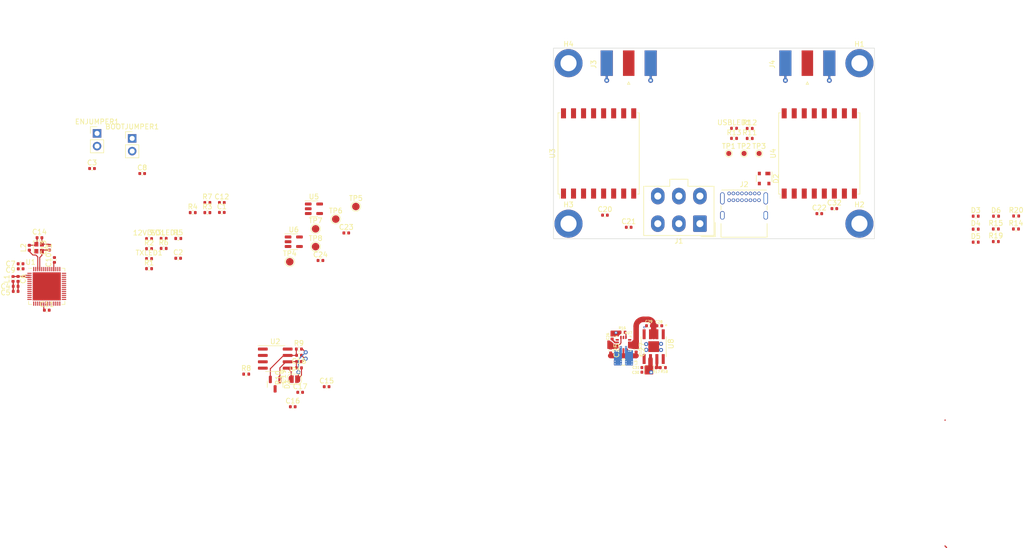
<source format=kicad_pcb>
(kicad_pcb (version 20211014) (generator pcbnew)
  (layers (0 "F.Cu" signal) (1 "In1.Cu" power) (2 "In2.Cu" power) (31 "B.Cu" signal) (34 "B.Paste" user) (35 "F.Paste" user) (36 "B.SilkS" user "B.Silkscreen") (37 "F.SilkS" user "F.Silkscreen") (38 "B.Mask" user) (39 "F.Mask" user) (44 "Edge.Cuts" user))
  (net 0 "")
  (net 1 "GND")
  (net 2 "Net-(3V3LED1-Pad2)")
  (net 3 "Net-(12VLED1-Pad2)")
  (net 4 "/BOOT")
  (net 5 "+3V3")
  (net 6 "/CHIP_PU")
  (net 7 "Net-(C6-Pad1)")
  (net 8 "Net-(C12-Pad1)")
  (net 9 "Net-(C12-Pad2)")
  (net 10 "Net-(C13-Pad1)")
  (net 11 "Net-(C14-Pad1)")
  (net 12 "Net-(C17-Pad1)")
  (net 13 "/CAN+")
  (net 14 "/CAN-")
  (net 15 "VBUS")
  (net 16 "/Data-")
  (net 17 "/Data+")
  (net 18 "RBUS_uC_V")
  (net 19 "+12V")
  (net 20 "Net-(J2-PadA5)")
  (net 22 "Net-(J2-PadB5)")
  (net 24 "/CAN-BUS/Vref")
  (net 25 "Net-(L2-Pad1)")
  (net 26 "Net-(R2-Pad2)")
  (net 27 "/TXD")
  (net 28 "Net-(R6-Pad2)")
  (net 29 "Net-(R8-Pad1)")
  (net 30 "Net-(R13-Pad2)")
  (net 34 "Net-(D3-Pad2)")
  (net 35 "Net-(D4-Pad2)")
  (net 36 "Net-(D5-Pad2)")
  (net 37 "Net-(D6-Pad2)")
  (net 49 "Net-(J3-Pad1)")
  (net 58 "Net-(J4-Pad1)")
  (net 59 "/R95_TX")
  (net 60 "/R95_RX")
  (net 61 "/R96_TX")
  (net 62 "/R96_RX")
  (net 63 "/R96_DIO0")
  (net 64 "/MOSI")
  (net 65 "/MISO")
  (net 68 "/SCK")
  (net 69 "/R95_NSS")
  (net 73 "/CAN_TX")
  (net 74 "/CAN_RX")
  (net 81 "/Power/BBIN")
  (net 82 "/Power/BIAS")
  (net 83 "/Power/BBOUT")
  (net 84 "/Power/LX1")
  (net 85 "/Power/LX2")
  (net 86 "/Power/SEL")
  (net 87 "/Power/FBIn")
  (net 88 "/R95_RESET")
  (net 89 "/R95_DIO0")
  (net 90 "/R96_NSS")
  (net 91 "/R96_RESET")
  (footprint "Capacitor_SMD:C_0402_1005Metric" (layer "F.Cu") (at 58.5 67.87 90)
    (fp_text reference "C13")
    (fp_text value "C")
  )
  (footprint "Capacitor_SMD:C_0402_1005Metric" (layer "F.Cu") (at 77 53.09)
    (fp_text reference "C8")
    (fp_text value "0.1uF")
  )
  (footprint "Resistor_SMD:R_0402_1005Metric" (layer "F.Cu") (at 251.21 64.15)
    (fp_text reference "R14")
    (fp_text value "470")
  )
  (footprint "TestPoint:TestPoint_Pad_D1.5mm" (layer "F.Cu") (at 111.57 67.67)
    (fp_text reference "TP8")
    (fp_text value "TestPoint")
  )
  (footprint "TestPoint:TestPoint_Pad_D1.5mm" (layer "F.Cu") (at 115.59 62.18)
    (fp_text reference "TP6")
    (fp_text value "TestPoint")
  )
  (footprint "Inductor_SMD:L_0402_1005Metric" (layer "F.Cu") (at 52.25 74.105 90)
    (fp_text reference "L1")
    (fp_text value "2.0nH")
  )
  (footprint "TestPoint:TestPoint_Pad_D1.5mm" (layer "F.Cu") (at 111.57 64.12)
    (fp_text reference "TP7")
    (fp_text value "TestPoint")
  )
  (footprint "Capacitor_SMD:C_0402_1005Metric" (layer "F.Cu") (at 112.54 70.43)
    (fp_text reference "C24")
    (fp_text value "4.7uF")
  )
  (footprint "Resistor_SMD:R_0402_1005Metric" (layer "F.Cu") (at 180.817285 91.79)
    (fp_text reference "R18")
    (fp_text value "10k")
  )
  (footprint "Resistor_SMD:R_0402_1005Metric" (layer "F.Cu") (at 84.19 66.04)
    (fp_text reference "R5")
    (fp_text value "47.5")
  )
  (footprint "Resistor_SMD:R_0402_1005Metric" (layer "F.Cu") (at 251.25 61.56)
    (fp_text reference "R20")
    (fp_text value "470")
  )
  (footprint "RF_Module:HOPERF_RFM9XW_SMD" (layer "F.Cu") (at 168 49.09 90)
    (fp_text reference "U3")
    (fp_text value "RFM95W-868S2")
  )
  (footprint "Jumper:SolderJumper-2_P1.3mm_Open_RoundedPad1.0x1.5mm" (layer "F.Cu") (at 107.35 94.09)
    (fp_text reference "JP1")
    (fp_text value "TermJP")
  )
  (footprint "Capacitor_SMD:C_0402_1005Metric" (layer "F.Cu") (at 52.75 71.09 180)
    (fp_text reference "C7")
    (fp_text value "1uF")
  )
  (footprint "RF_Module:HOPERF_RFM9XW_SMD" (layer "F.Cu") (at 212 49.09 90)
    (fp_text reference "U4")
    (fp_text value "RFM96W-433S2")
  )
  (footprint "Resistor_SMD:R_0402_1005Metric" (layer "F.Cu") (at 247.24 61.6)
    (fp_text reference "D6")
    (fp_text value "LED_Small")
  )
  (footprint "Resistor_SMD:R_0402_1005Metric" (layer "F.Cu") (at 78.37 72.06)
    (fp_text reference "R1")
    (fp_text value "10K")
  )
  (footprint "Capacitor_SMD:C_0402_1005Metric" (layer "F.Cu") (at 51.25 74.11 -90)
    (fp_text reference "C6")
    (fp_text value "0.1uF")
  )
  (footprint "Package_TO_SOT_SMD:SOT-23-5" (layer "F.Cu") (at 107.22 66.69)
    (fp_text reference "U6")
    (fp_text value "LM66100")
  )
  (footprint "Capacitor_SMD:C_0402_1005Metric" (layer "F.Cu") (at 169.265 61.395)
    (fp_text reference "C20")
    (fp_text value "10uF")
  )
  (footprint "Resistor_SMD:R_0402_1005Metric" (layer "F.Cu") (at 89.99 58.89)
    (fp_text reference "R7")
    (fp_text value "3k")
  )
  (footprint "TestPoint:TestPoint_Pad_D1.0mm" (layer "F.Cu") (at 197 49.09)
    (fp_text reference "TP2")
    (fp_text value "TestPoint")
  )
  (footprint "Resistor_SMD:R_0402_1005Metric" (layer "F.Cu") (at 78.37 68.08)
    (fp_text reference "R2")
    (fp_text value "470")
  )
  (footprint "TestPoint:TestPoint_Pad_D1.0mm" (layer "F.Cu") (at 200 49.09)
    (fp_text reference "TP3")
    (fp_text value "TestPoint")
  )
  (footprint "Package_TO_SOT_SMD:SOT-23" (layer "F.Cu") (at 103.5 95.09 -90)
    (fp_text reference "D1")
    (fp_text value "SM712_SOT23")
  )
  (footprint "MountingHole:MountingHole_3.2mm_M3_DIN965_Pad" (layer "F.Cu") (at 162 31.09)
    (fp_text reference "H4")
    (fp_text value "MountingHole_Pad")
  )
  (footprint "Resistor_SMD:R_0402_1005Metric" (layer "F.Cu") (at 195 46.09)
    (fp_text reference "R13")
    (fp_text value "470")
  )
  (footprint "Capacitor_SMD:C_0402_1005Metric" (layer "F.Cu") (at 178.03 83.44 180)
    (fp_text reference "C29")
    (fp_text value "4.7uF")
  )
  (footprint "Capacitor_SMD:C_0402_1005Metric" (layer "F.Cu") (at 67 52.09)
    (fp_text reference "C3")
    (fp_text value "0.1uF")
  )
  (footprint "Package_TO_SOT_SMD:SOT-143" (layer "F.Cu") (at 201 54.09 -90)
    (fp_text reference "D2")
    (fp_text value "SP0503BAHT")
  )
  (footprint "TestPoint:TestPoint_Pad_D1.0mm" (layer "F.Cu") (at 193.95 49.09)
    (fp_text reference "TP1")
    (fp_text value "TestPoint")
  )
  (footprint "Resistor_SMD:R_0402_1005Metric" (layer "F.Cu") (at 81.28 68.03)
    (fp_text reference "R6")
    (fp_text value "499")
  )
  (footprint "Capacitor_SMD:C_0402_1005Metric" (layer "F.Cu") (at 117.69 64.94)
    (fp_text reference "C23")
    (fp_text value "4.7uF")
  )
  (footprint "MountingHole:MountingHole_3.2mm_M3_DIN965_Pad" (layer "F.Cu") (at 220 31.09)
    (fp_text reference "H1")
    (fp_text value "MountingHole_Pad")
  )
  (footprint "Capacitor_SMD:C_0402_1005Metric" (layer "F.Cu") (at 215 60.09)
    (fp_text reference "C32")
    (fp_text value "0.1uF")
  )
  (footprint "TestPoint:TestPoint_Pad_D1.5mm" (layer "F.Cu") (at 119.6 59.67)
    (fp_text reference "TP5")
    (fp_text value "TestPoint")
  )
  (footprint "Package_SO:SOIC-8_3.9x4.9mm_P1.27mm" (layer "F.Cu") (at 103.525 89.995)
    (fp_text reference "U2")
    (fp_text value "SN65HVD230")
  )
  (footprint "Capacitor_SMD:C_0402_1005Metric" (layer "F.Cu") (at 108.27 89.34 180)
    (fp_text reference "C18")
    (fp_text value "220pF")
  )
  (footprint "Resistor_SMD:R_0402_1005Metric" (layer "F.Cu") (at 195 44.09)
    (fp_text reference "USBLED1")
    (fp_text value "USB_LED")
  )
  (footprint "Resistor_SMD:R_0402_1005Metric" (layer "F.Cu") (at 198.13 44.11)
    (fp_text reference "R12")
    (fp_text value "5.1k")
  )
  (footprint "Resistor_SMD:R_0402_1005Metric" (layer "F.Cu") (at 89.99 60.88)
    (fp_text reference "R3")
    (fp_text value "10K")
  )
  (footprint "Capacitor_SMD:C_0402_1005Metric" (layer "F.Cu") (at 177.11 92.7)
    (fp_text reference "C30")
    (fp_text value "10uF")
  )
  (footprint "Resistor_SMD:R_0402_1005Metric" (layer "F.Cu") (at 243.19 64.19)
    (fp_text reference "D4")
    (fp_text value "LED_Small")
  )
  (footprint "Resistor_SMD:R_0402_1005Metric" (layer "F.Cu") (at 81.28 66.04)
    (fp_text reference "3V3LED1")
    (fp_text value "3V3LED")
  )
  (footprint "Capacitor_SMD:C_0402_1005Metric" (layer "F.Cu") (at 59.5 70.32 90)
    (fp_text reference "C10")
    (fp_text value "0.1uF")
  )
  (footprint "Capacitor_SMD:C_0402_1005Metric" (layer "F.Cu") (at 175.485 88.19 -90)
    (fp_text reference "C27")
    (fp_text value "22uF")
  )
  (footprint "Capacitor_SMD:C_0402_1005Metric" (layer "F.Cu") (at 56.52 65.89)
    (fp_text reference "C14")
    (fp_text value "C")
  )
  (footprint "Capacitor_SMD:C_0402_1005Metric" (layer "F.Cu") (at 51.77 75.59 180)
    (fp_text reference "C4")
    (fp_text value "1uF")
  )
  (footprint "Capacitor_SMD:C_0402_1005Metric" (layer "F.Cu") (at 52.77 72.09 180)
    (fp_text reference "C9")
    (fp_text value "10nF")
  )
  (footprint "Capacitor_SMD:C_0402_1005Metric" (layer "F.Cu") (at 107.02 99.59)
    (fp_text reference "C16")
    (fp_text value "10uF")
  )
  (footprint "Capacitor_SMD:C_0402_1005Metric" (layer "F.Cu") (at 113.77 95.59)
    (fp_text reference "C15")
    (fp_text value "100nF")
  )
  (footprint "Resistor_SMD:R_0402_1005Metric" (layer "F.Cu") (at 243.19 61.6)
    (fp_text reference "D3")
    (fp_text value "LED_Small")
  )
  (footprint "Connector_Coaxial:SMA_Molex_73251-1153_EdgeMount_Horizontal" (layer "F.Cu") (at 174 32.81 -90)
    (fp_text reference "J3")
    (fp_text value "Conn_Coaxial")
  )
  (footprint "Resistor_SMD:R_0402_1005Metric" (layer "F.Cu") (at 78.37 70.07)
    (fp_text reference "TXLED1")
    (fp_text value "TX_LED")
  )
  (footprint "Connector_PinHeader_2.54mm:PinHeader_1x02_P2.54mm_Vertical" (layer "F.Cu") (at 75 46.09)
    (fp_text reference "BOOTJUMPER1")
    (fp_text value "Conn_01x02_Male")
  )
  (footprint "Connector_USB:USB_C_Receptacle_GCT_USB4085" (layer "F.Cu") (at 194.025 57.065)
    (fp_text reference "J2")
    (fp_text value "USB_C_Receptacle_USB2.0")
  )
  (footprint "Connector_Coaxial:SMA_Molex_73251-1153_EdgeMount_Horizontal" (layer "F.Cu") (at 209.62 32.81 -90)
    (fp_text reference "J4")
    (fp_text value "Conn_Coaxial")
  )
  (footprint "Capacitor_SMD:C_0402_1005Metric" (layer "F.Cu") (at 51.77 76.59 180)
    (fp_text reference "C5")
    (fp_text value "0.1uF")
  )
  (footprint "TestPoint:TestPoint_Pad_D1.5mm" (layer "F.Cu") (at 106.42 70.69)
    (fp_text reference "TP4")
    (fp_text value "TestPoint")
  )
  (footprint "Resistor_SMD:R_0402_1005Metric" (layer "F.Cu") (at 178.957285 91.79)
    (fp_text reference "R17")
    (fp_text value "56k")
  )
  (footprint "Resistor_SMD:R_0402_1005Metric" (layer "F.Cu") (at 172.77 84.74 180)
    (fp_text reference "R16")
    (fp_text value "14k")
  )
  (footprint "Capacitor_SMD:C_0402_1005Metric" (layer "F.Cu") (at 108.495 96.715)
    (fp_text reference "C17")
    (fp_text value "0.1uF")
  )
  (footprint "Resistor_SMD:R_0402_1005Metric" (layer "F.Cu") (at 247.2 64.15)
    (fp_text reference "R15")
    (fp_text value "470")
  )
  (footprint "Capacitor_SMD:C_0402_1005Metric" (layer "F.Cu") (at 92.88 58.88)
    (fp_text reference "C12")
    (fp_text value "4.2pF")
  )
  (footprint "MountingHole:MountingHole_3.2mm_M3_DIN965_Pad" (layer "F.Cu") (at 220 63.09)
    (fp_text reference "H2")
    (fp_text value "MountingHole_Pad")
  )
  (footprint "Resistor_SMD:R_0402_1005Metric" (layer "F.Cu") (at 87.08 60.88)
    (fp_text reference "R4")
    (fp_text value "470")
  )
  (footprint "Capacitor_SMD:C_0402_1005Metric" (layer "F.Cu") (at 180.109508 83.443814)
    (fp_text reference "C28")
    (fp_text value "10uF")
  )
  (footprint "Capacitor_SMD:C_0402_1005Metric" (layer "F.Cu") (at 57.98 80.34)
    (fp_text reference "C11")
    (fp_text value "0.1uF")
  )
  (footprint "iclr:SOIC127P599X175-9N" (layer "F.Cu") (at 178.979508 87.608814 -90)
    (fp_text reference "U8")
    (fp_text value "SC4215")
  )
  (footprint "Capacitor_SMD:C_0402_1005Metric" (layer "F.Cu") (at 174 63.81)
    (fp_text reference "C21")
    (fp_text value "0.1uF")
  )
  (footprint "Capacitor_SMD:C_0402_1005Metric" (layer "F.Cu") (at 177.11 91.78)
    (fp_text reference "C31")
    (fp_text value "0.1uF")
  )
  (footprint "Resistor_SMD:R_0402_1005Metric" (layer "F.Cu") (at 243.19 66.78)
    (fp_text reference "D5")
    (fp_text value "LED_Small")
  )
  (footprint "Inductor_SMD:L_0402_1005Metric" (layer "F.Cu") (at 54.5 67.89 90)
    (fp_text reference "L2")
    (fp_text value "20nH")
  )
  (footprint "MountingHole:MountingHole_3.2mm_M3_DIN965_Pad" (layer "F.Cu") (at 162 63.09)
    (fp_text reference "H3")
    (fp_text value "MountingHole_Pad")
  )
  (footprint "Capacitor_SMD:C_0402_1005Metric" (layer "F.Cu") (at 108.25 90.59 180)
    (fp_text reference "C19")
    (fp_text value "220pF")
  )
  (footprint "iclr:CONV_MAX77827AEFD+T" (layer "F.Cu") (at 172.952926 87.01 -90)
    (fp_text reference "U7")
    (fp_text value "MAX77827AEFD+T")
  )
  (footprint "Package_DFN_QFN:QFN-56-1EP_7x7mm_P0.4mm_EP5.6x5.6mm" (layer "F.Cu") (at 57.97 75.59)
    (fp_text reference "U1")
    (fp_text value "ESP32-S3")
  )
  (footprint "Capacitor_SMD:C_0402_1005Metric" (layer "F.Cu") (at 212 61.09)
    (fp_text reference "C22")
    (fp_text value "10uF")
  )
  (footprint "Package_TO_SOT_SMD:SOT-23-5" (layer "F.Cu") (at 111.24 60.12)
    (fp_text reference "U5")
    (fp_text value "LM66100")
  )
  (footprint "Connector_PinHeader_2.54mm:PinHeader_1x02_P2.54mm_Vertical" (layer "F.Cu") (at 68 45.09)
    (fp_text reference "ENJUMPER1")
    (fp_text value "Conn_01x02_Male")
  )
  (footprint "Capacitor_SMD:C_0402_1005Metric" (layer "F.Cu") (at 170.414377 88.377856 -90)
    (fp_text reference "C25")
    (fp_text value "10uF")
  )
  (footprint "Resistor_SMD:R_0402_1005Metric" (layer "F.Cu") (at 78.37 66.09)
    (fp_text reference "12VLED1")
    (fp_text value "12V_LED")
  )
  (footprint "Capacitor_SMD:C_0402_1005Metric" (layer "F.Cu") (at 170.69 85.6 90)
    (fp_text reference "C26")
    (fp_text value "1uF")
  )
  (footprint "Resistor_SMD:R_0402_1005Metric" (layer "F.Cu") (at 108.24 88.09)
    (fp_text reference "R9")
    (fp_text value "60")
  )
  (footprint "Resistor_SMD:R_0402_1005Metric" (layer "F.Cu") (at 247.2 66.66)
    (fp_text reference "R19")
    (fp_text value "470")
  )
  (footprint "Resistor_SMD:R_0402_1005Metric" (layer "F.Cu") (at 198.13 46.1)
    (fp_text reference "R11")
    (fp_text value "5.1k")
  )
  (footprint "Capacitor_SMD:C_0402_1005Metric" (layer "F.Cu") (at 84.17 69.99)
    (fp_text reference "C2")
    (fp_text value "1uF")
  )
  (footprint "Inductor_SMD:L_0805_2012Metric" (layer "F.Cu") (at 172.957566 90.757961)
    (fp_text reference "L3")
    (fp_text value "1uH")
  )
  (footprint "Resistor_SMD:R_0402_1005Metric" (layer "F.Cu") (at 108.25 91.84 180)
    (fp_text reference "R10")
    (fp_text value "60")
  )
  (footprint "Crystal:Crystal_SMD_2016-4Pin_2.0x1.6mm" (layer "F.Cu") (at 56.45 67.89 -90)
    (fp_text reference "Y1")
    (fp_text value "40MHz±10ppm")
  )
  (footprint "Capacitor_SMD:C_0402_1005Metric" (layer "F.Cu") (at 92.88 60.85)
    (fp_text reference "C1")
    (fp_text value "10uF")
  )
  (footprint "Connector_Molex:Molex_Mini-Fit_Jr_5566-06A_2x03_P4.20mm_Vertical" (layer "F.Cu") (at 188.2 63.09 180)
    (fp_text reference "J1")
    (fp_text value "RBUS")
  )
  (footprint "Resistor_SMD:R_0402_1005Metric" (layer "F.Cu") (at 97.74 93.09)
    (fp_text reference "R8")
    (fp_text value "0")
  )
  (gr_rect (start 159 28.09) (end 223 66.09) (layer "Edge.Cuts") (width 0.1) (fill none))
  (segment (start 172.950705 88.10939) (end 172.950705 89.241165) (width 0.36) (layer "F.Cu") (net 1))
  (segment (start 51.29 76.59) (end 51.29 74.63) (width 0.25) (layer "F.Cu") (net 1))
  (segment (start 57 67.19) (end 58.3 67.19) (width 0.2) (layer "F.Cu") (net 1))
  (segment (start 51.29 74.63) (end 51.25 74.59) (width 0.25) (layer "F.Cu") (net 1))
  (segment (start 109.5 89.84) (end 109.596209 89.936209) (width 0.2) (layer "F.Cu") (net 1))
  (segment (start 175.481 89.431) (end 175.498 89.414) (width 1) (layer "F.Cu") (net 1))
  (segment (start 58.3 67.19) (end 58.5 67.39) (width 0.2) (layer "F.Cu") (net 1))
  (segment (start 57 65.89) (end 57 67.19) (width 0.2) (layer "F.Cu") (net 1))
  (segment (start 108.73 90.59) (end 109.016554 90.59) (width 0.2) (layer "F.Cu") (net 1))
  (segment (start 170.362537 89.431) (end 175.481 89.431) (width 1) (layer "F.Cu") (net 1))
  (segment (start 172.952926 89.241775) (end 172.944701 89.25) (width 0.25) (layer "F.Cu") (net 1))
  (segment (start 108.75 89.34) (end 109.25 89.84) (width 0.2) (layer "F.Cu") (net 1))
  (segment (start 109.016554 90.59) (end 109.596209 90.010345) (width 0.2) (layer "F.Cu") (net 1))
  (segment (start 109.596209 89.936209) (end 109.596209 90.010345) (width 0.2) (layer "F.Cu") (net 1))
  (segment (start 109.25 89.84) (end 109.5 89.84) (width 0.2) (layer "F.Cu") (net 1))
  (via (at 171.462 84.829) (size 0.6) (drill 0.3) (layers "F.Cu" "B.Cu") (net 1))
  (via (at 177.09 83.75) (size 0.4) (drill 0.2) (layers "F.Cu" "B.Cu") (net 1))
  (via (at 177.489508 88.243814) (size 0.8) (drill 0.4) (layers "F.Cu" "B.Cu") (net 1))
  (via (at 180.449508 88.273814) (size 0.8) (drill 0.4) (layers "F.Cu" "B.Cu") (net 1))
  (via (at 109.596209 90.010345) (size 0.8) (drill 0.4) (layers "F.Cu" "B.Cu") (net 1))
  (via (at 180.449508 87.053814) (size 0.8) (drill 0.4) (layers "F.Cu" "B.Cu") (net 1))
  (via (at 177.489508 88.243814) (size 0.8) (drill 0.4) (layers "F.Cu" "B.Cu") (net 1))
  (via (at 177.489508 87.103814) (size 0.8) (drill 0.4) (layers "F.Cu" "B.Cu") (net 1))
  (segment (start 52.25 74.59) (end 52.25 76.59) (width 0.25) (layer "F.Cu") (net 5))
  (segment (start 57.37 80.21) (end 57.5 80.34) (width 0.2) (layer "F.Cu") (net 5))
  (segment (start 59.37 70.93) (end 59.37 72.49) (width 0.2) (layer "F.Cu") (net 5))
  (segment (start 178.344508 90.078814) (end 178.344508 91.687223) (width 0.9) (layer "F.Cu") (net 5))
  (segment (start 57.37 79.0275) (end 57.37 80.21) (width 0.2) (layer "F.Cu") (net 5))
  (segment (start 59.5 70.8) (end 59.37 70.93) (width 0.2) (layer "F.Cu") (net 5))
  (via (at 178.475 92.715) (size 0.8) (drill 0.4) (layers "F.Cu" "B.Cu") (net 5))
  (segment (start 51.26 73.62) (end 51.25 73.63) (width 0.2) (layer "F.Cu") (net 7))
  (segment (start 52.28 73.59) (end 52.25 73.62) (width 0.2) (layer "F.Cu") (net 7))
  (segment (start 53.5 73.59) (end 53.7 73.79) (width 0.2) (layer "F.Cu") (net 7))
  (segment (start 54.5325 73.39) (end 53.7 73.39) (width 0.2) (layer "F.Cu") (net 7))
  (segment (start 52.25 73.62) (end 51.26 73.62) (width 0.2) (layer "F.Cu") (net 7))
  (segment (start 53.5 73.59) (end 52.28 73.59) (width 0.2) (layer "F.Cu") (net 7))
  (segment (start 53.7 73.39) (end 53.5 73.59) (width 0.2) (layer "F.Cu") (net 7))
  (segment (start 53.7 73.79) (end 54.5325 73.79) (width 0.2) (layer "F.Cu") (net 7))
  (segment (start 57 68.59) (end 57 69.41) (width 0.2) (layer "F.Cu") (net 10))
  (segment (start 56.57 69.84) (end 56.57 72.34) (width 0.2) (layer "F.Cu") (net 10))
  (segment (start 57.24 68.35) (end 57 68.59) (width 0.2) (layer "F.Cu") (net 10))
  (segment (start 57 69.41) (end 56.57 69.84) (width 0.2) (layer "F.Cu") (net 10))
  (segment (start 58.5 68.35) (end 57.24 68.35) (width 0.2) (layer "F.Cu") (net 10))
  (segment (start 56.04 65.89) (end 56.04 67.05) (width 0.2) (layer "F.Cu") (net 11))
  (segment (start 55.735 67.39) (end 54.765 67.39) (width 0.2) (layer "F.Cu") (net 11))
  (segment (start 56.04 67.05) (end 55.9 67.19) (width 0.2) (layer "F.Cu") (net 11))
  (segment (start 108.76 93.33) (end 108.76 91.84) (width 0.2) (layer "F.Cu") (net 12))
  (segment (start 108.145917 92.707711) (end 108.145917 93.944083) (width 0.2) (layer "F.Cu") (net 12))
  (segment (start 108.953882 88.09) (end 109.601268 88.737386) (width 0.2) (layer "F.Cu") (net 12))
  (segment (start 108.75 88.09) (end 108.953882 88.09) (width 0.2) (layer "F.Cu") (net 12))
  (segment (start 108 94.09) (end 108.76 93.33) (width 0.2) (layer "F.Cu") (net 12))
  (segment (start 108.145917 93.944083) (end 108 94.09) (width 0.2) (layer "F.Cu") (net 12))
  (via (at 108.145917 92.707711) (size 0.8) (drill 0.4) (layers "F.Cu" "B.Cu") (net 12))
  (via (at 109.601268 88.737386) (size 0.8) (drill 0.4) (layers "F.Cu" "B.Cu") (net 12))
  (segment (start 108.145917 90.192737) (end 108.145917 92.707711) (width 0.2) (layer "B.Cu") (net 12))
  (segment (start 109.601268 88.737386) (end 108.145917 90.192737) (width 0.2) (layer "B.Cu") (net 12))
  (segment (start 107.73 89.28) (end 107.79 89.34) (width 0.2) (layer "F.Cu") (net 13))
  (segment (start 106 89.36) (end 107.77 89.36) (width 0.2) (layer "F.Cu") (net 13))
  (segment (start 102.55 92.011396) (end 102.55 94.1525) (width 0.2) (layer "F.Cu") (net 13))
  (segment (start 107.73 88.09) (end 107.73 89.28) (width 0.2) (layer "F.Cu") (net 13))
  (segment (start 107.77 89.36) (end 107.79 89.34) (width 0.2) (layer "F.Cu") (net 13))
  (segment (start 105.201396 89.36) (end 102.55 92.011396) (width 0.2) (layer "F.Cu") (net 13))
  (segment (start 106 89.36) (end 105.201396 89.36) (width 0.2) (layer "F.Cu") (net 13))
  (segment (start 107.74 91.84) (end 107.74 90.62) (width 0.2) (layer "F.Cu") (net 14))
  (segment (start 107.74 90.62) (end 107.77 90.59) (width 0.2) (layer "F.Cu") (net 14))
  (segment (start 106.04 90.59) (end 106 90.63) (width 0.2) (layer "F.Cu") (net 14))
  (segment (start 106 90.63) (end 105.658604 90.63) (width 0.2) (layer "F.Cu") (net 14))
  (segment (start 107.77 90.59) (end 106.04 90.59) (width 0.2) (layer "F.Cu") (net 14))
  (segment (start 105.658604 90.63) (end 104.45 91.838604) (width 0.2) (layer "F.Cu") (net 14))
  (segment (start 104.45 91.838604) (end 104.45 94.1525) (width 0.2) (layer "F.Cu") (net 14))
  (segment (start 106.7 92.6) (end 106 91.9) (width 0.2) (layer "F.Cu") (net 24))
  (segment (start 106.7 94.09) (end 106.7 92.6) (width 0.2) (layer "F.Cu") (net 24))
  (segment (start 56.17 72.1525) (end 56.17 69.709975) (width 0.2) (layer "F.Cu") (net 25))
  (segment (start 55.800025 69.34) (end 55.2 69.34) (width 0.2) (layer "F.Cu") (net 25))
  (segment (start 54.5 68.64) (end 54.5 68.375) (width 0.2) (layer "F.Cu") (net 25))
  (segment (start 56.17 69.709975) (end 55.800025 69.34) (width 0.2) (layer "F.Cu") (net 25))
  (segment (start 55.2 69.34) (end 54.5 68.64) (width 0.2) (layer "F.Cu") (net 25))
  (segment (start 237.09 102.25) (end 237.07 102.27) (width 0.25) (layer "F.Cu") (net 49))
  (segment (start 237.37 127.65) (end 237.07 127.35) (width 0.25) (layer "F.Cu") (net 58))
  (segment (start 172.452926 85.71) (end 172.452926 86.777373) (width 0.2) (layer "F.Cu") (net 81))
  (segment (start 172.34 87.05) (end 172.292132 87.097868) (width 0.2) (layer "F.Cu") (net 81))
  (arc (start 172.292132 87.097868) (mid 172.057163 87.254869) (end 171.78 87.31) (width 0.2) (layer "F.Cu") (net 81))
  (arc (start 172.452926 86.777373) (mid 172.423577 86.924918) (end 172.34 87.05) (width 0.2) (layer "F.Cu") (net 81))
  (segment (start 170.69 86.08) (end 170.69 86.173764) (width 0.25) (layer "F.Cu") (net 82))
  (segment (start 170.671882 86.191882) (end 171.248118 86.768118) (width 0.31) (layer "F.Cu") (net 82))
  (segment (start 171.248118 86.768118) (end 171.734808 86.768118) (width 0.31) (layer "F.Cu") (net 82))
  (segment (start 170.69 86.173764) (end 170.671882 86.191882) (width 0.25) (layer "F.Cu") (net 82))
  (segment (start 176.961396 82.165) (end 177.84365 82.165) (width 1.1) (layer "F.Cu") (net 83))
  (segment (start 175.485 87.415) (end 175.485 83.556543) (width 1.1) (layer "F.Cu") (net 83))
  (segment (start 178.975 83.29635) (end 178.975 85.59) (width 1.1) (layer "F.Cu") (net 83))
  (segment (start 179.614508 85.138814) (end 178.344508 85.138814) (width 0.25) (layer "F.Cu") (net 83))
  (arc (start 177.84365 82.165) (mid 178.643635 82.496365) (end 178.975 83.29635) (width 1.1) (layer "F.Cu") (net 83))
  (arc (start 175.485 83.556543) (mid 175.586358 83.046984) (end 175.875 82.615) (width 1.1) (layer "F.Cu") (net 83))
  (arc (start 175.875 82.615) (mid 176.373442 82.281951) (end 176.961396 82.165) (width 1.1) (layer "F.Cu") (net 83))
  (via (at 171.522475 88.520596) (size 0.4) (drill 0.2) (layers "F.Cu" "B.Cu") (net 84))
  (via (at 172.454 90.555) (size 0.4) (drill 0.2) (layers "F.Cu" "B.Cu") (net 84))
  (via (at 171.923 88.522) (size 0.4) (drill 0.2) (layers "F.Cu" "B.Cu") (net 84))
  (via (at 171.258 90.526) (size 0.4) (drill 0.2) (layers "F.Cu" "B.Cu") (net 84))
  (via (at 172.456 91.053) (size 0.4) (drill 0.2) (layers "F.Cu" "B.Cu") (net 84))
  (via (at 172.436814 87.705278) (size 0.4) (drill 0.2) (layers "F.Cu" "B.Cu") (net 84))
  (via (at 171.257 91.021) (size 0.4) (drill 0.2) (layers "F.Cu" "B.Cu") (net 84))
  (via (at 173.464 91.036) (size 0.4) (drill 0.2) (layers "F.Cu" "B.Cu") (net 85))
  (via (at 173.469778 87.713517) (size 0.4) (drill 0.2) (layers "F.Cu" "B.Cu") (net 85))
  (via (at 173.99 88.52) (size 0.4) (drill 0.2) (layers "F.Cu" "B.Cu") (net 85))
  (via (at 174.657566 91.1) (size 0.4) (drill 0.2) (layers "F.Cu" "B.Cu") (net 85))
  (via (at 174.657 90.627) (size 0.4) (drill 0.2) (layers "F.Cu" "B.Cu") (net 85))
  (via (at 173.463 90.606) (size 0.4) (drill 0.2) (layers "F.Cu" "B.Cu") (net 85))
  (via (at 174.388 88.522) (size 0.4) (drill 0.2) (layers "F.Cu" "B.Cu") (net 85))
  (segment (start 173.452926 85.71) (end 173.452926 85.15748) (width 0.2) (layer "F.Cu") (net 86))
  (arc (start 173.452926 85.15748) (mid 173.407984 84.931541) (end 173.28 84.74) (width 0.2) (layer "F.Cu") (net 86))
  (segment (start 179.467285 91.79) (end 180.307285 91.79) (width 0.5) (layer "F.Cu") (net 87))
  (segment (start 179.614508 91.642777) (end 179.467285 91.79) (width 0.25) (layer "F.Cu") (net 87))
  (segment (start 179.614508 90.078814) (end 179.614508 91.642777) (width 0.5) (layer "F.Cu") (net 87))
  (zone (net 81) (net_name "/Power/BBIN") (layer "F.Cu") (connect_pads (clearance 0.2)) (min_thickness 0.254) (fill yes (thermal_gap 0.508) (thermal_bridge_width 0.508))
    (polygon (pts (xy 172.030647 87.914922) (xy 171.907927 87.914922) (xy 171.397541 87.912641) (xy 171.397541 87.104182) (xy 172.030646 87.104182)))
  )
  (zone (net 1) (net_name "GND") (layer "F.Cu") (priority 5) (connect_pads yes (clearance 0.2)) (min_thickness 0.254) (fill yes (thermal_gap 0.508) (thermal_bridge_width 0.508) (smoothing fillet) (radius 0.1) (island_removal_mode 2) (island_area_min 0))
    (polygon (pts (xy 172.54 84.99) (xy 172.04 85.37) (xy 172.04 86.43) (xy 171.4125 86.4175) (xy 171.025 85.915) (xy 170.38 85.92) (xy 170.38 84.41) (xy 172.54 84.41)))
  )
  (zone (net 81) (net_name "/Power/BBIN") (layer "F.Cu") (connect_pads yes (clearance 0)) (min_thickness 0.254) (fill yes (thermal_gap 0.508) (thermal_bridge_width 0.508))
    (polygon (pts (xy 171.293 87.089) (xy 171.398 87.104) (xy 171.785 87.448) (xy 171.964 87.898) (xy 171.506 88.074) (xy 169.73088 88.077482) (xy 169.731 86.368985) (xy 170.587 86.369)))
  )
  (zone (net 83) (net_name "/Power/BBOUT") (layer "F.Cu") (connect_pads yes (clearance 0)) (min_thickness 0.254) (fill yes (thermal_gap 0.508) (thermal_bridge_width 0.508) (smoothing fillet) (radius 0.1))
    (polygon (pts (xy 176.032883 86.262002) (xy 176.033174 86.649475) (xy 174.472291 86.659473) (xy 174.92 86.26)))
  )
  (zone (net 83) (net_name "/Power/BBOUT") (layer "F.Cu") (connect_pads yes (clearance 0)) (min_thickness 0.254) (fill yes (thermal_gap 0.508) (thermal_bridge_width 0.508) (smoothing fillet) (radius 0.1))
    (polygon (pts (xy 175.18 86.61) (xy 176.033 86.612) (xy 176.037475 88.104499) (xy 175.048 88.103) (xy 173.837 87.905) (xy 173.872 86.604)))
  )
  (zone (net 5) (net_name "+3V3") (layer "F.Cu") (connect_pads yes (clearance 0.2)) (min_thickness 0.254) (fill yes (thermal_gap 0.508) (thermal_bridge_width 0.508) (smoothing fillet) (radius 0.1))
    (polygon (pts (xy 178.9 93.15) (xy 177.15 93.15) (xy 177.15 91.34) (xy 178.9 91.34)))
  )
  (zone (net 0) (net_name "") (layer "F.Cu") (name "gnda connection override") (connect_pads yes (clearance 0)) (min_thickness 0.254)
    (keepout (tracks not_allowed) (vias not_allowed) (pads not_allowed) (copperpour not_allowed) (footprints allowed))
    (fill (thermal_gap 0.508) (thermal_bridge_width 0.508) (island_removal_mode 2) (island_area_min 0))
    (polygon (pts (xy 172.539444 84.409895) (xy 170.379127 84.409894) (xy 170.379127 84.159894) (xy 172.539444 84.159895)))
  )
  (zone (net 85) (net_name "/Power/LX2") (layer "F.Cu") (connect_pads yes (clearance 0)) (min_thickness 0.254) (fill yes (thermal_gap 0.508) (thermal_bridge_width 0.508) (smoothing fillet) (radius 0.1))
    (polygon (pts (xy 174.601467 88.720398) (xy 173.423026 88.721398) (xy 173.423 88.319) (xy 174.6 88.319)))
  )
  (zone (net 85) (net_name "/Power/LX2") (layer "F.Cu") (connect_pads yes (clearance 0)) (min_thickness 0.254) (fill yes (thermal_gap 0.508) (thermal_bridge_width 0.508) (smoothing fillet) (radius 0.1))
    (polygon (pts (xy 174.861 91.356) (xy 173.262 91.356) (xy 173.262 90.156) (xy 174.861 90.156)))
  )
  (zone (net 85) (net_name "/Power/LX2") (layer "F.Cu") (connect_pads yes (clearance 0)) (min_thickness 0.254) (fill yes (thermal_gap 0.508) (thermal_bridge_width 0.508) (smoothing fillet) (radius 0.1))
    (polygon (pts (xy 173.689811 87.72734) (xy 173.708 87.871) (xy 173.723 87.933) (xy 173.974 88.358) (xy 173.424 88.358) (xy 173.423 87.936) (xy 173.258178 87.811032) (xy 173.257178 87.491032) (xy 173.621811 87.48934)))
  )
  (zone (net 84) (net_name "/Power/LX1") (layer "F.Cu") (connect_pads (clearance 0)) (min_thickness 0.254) (fill yes (thermal_gap 0.508) (thermal_bridge_width 0.508) (smoothing fillet) (radius 0.1))
    (polygon (pts (xy 172.655 91.356) (xy 171.051 91.356) (xy 171.051 90.156) (xy 172.655 90.156)))
  )
  (zone (net 84) (net_name "/Power/LX1") (layer "F.Cu") (connect_pads yes (clearance 0)) (min_thickness 0.254) (fill yes (thermal_gap 0.508) (thermal_bridge_width 0.508) (smoothing fillet) (radius 0.1))
    (polygon (pts (xy 172.484464 88.721034) (xy 171.306023 88.722034) (xy 171.305997 88.319636) (xy 172.482997 88.319636)))
  )
  (zone (net 0) (net_name "") (layer "F.Cu") (name "gnda connection override") (connect_pads yes (clearance 0)) (min_thickness 0.254)
    (keepout (tracks not_allowed) (vias not_allowed) (pads not_allowed) (copperpour not_allowed) (footprints allowed))
    (fill (thermal_gap 0.508) (thermal_bridge_width 0.508) (island_removal_mode 2) (island_area_min 0))
    (polygon (pts (xy 170.379734 84.159808) (xy 170.379733 86.320125) (xy 170.129733 86.320125) (xy 170.129734 84.159808)))
  )
  (zone (net 84) (net_name "/Power/LX1") (layer "F.Cu") (connect_pads yes (clearance 0)) (min_thickness 0.254) (fill yes (thermal_gap 0.508) (thermal_bridge_width 0.508) (smoothing fillet) (radius 0.1))
    (polygon (pts (xy 172.671279 87.706768) (xy 172.481 88.005) (xy 172.483 88.416) (xy 172.124 88.416) (xy 172.123 88.044) (xy 172.234 87.804) (xy 172.231 87.532) (xy 172.230861 87.499255) (xy 172.661708 87.497743)))
  )
  (zone (net 85) (net_name "/Power/LX2") (layer "B.Cu") (connect_pads (clearance 0)) (min_thickness 0.254) (fill yes (thermal_gap 0.508) (thermal_bridge_width 0.508) (smoothing fillet) (radius 0.1))
    (polygon (pts (xy 174.861976 91.35478) (xy 173.262548 91.35478) (xy 173.262549 88.312211) (xy 174.861977 88.312211)))
  )
  (zone (net 84) (net_name "/Power/LX1") (layer "B.Cu") (connect_pads (clearance 0)) (min_thickness 0.254) (fill yes (thermal_gap 0.508) (thermal_bridge_width 0.508) (smoothing fillet) (radius 0.1))
    (polygon (pts (xy 172.645 91.356) (xy 171.051 91.356) (xy 171.051 88.317417) (xy 172.645 88.317417)))
  )
  (zone (net 84) (net_name "/Power/LX1") (layer "B.Cu") (connect_pads yes (clearance 0)) (min_thickness 0.254) (fill yes (thermal_gap 0.508) (thermal_bridge_width 0.508) (smoothing fillet) (radius 0.1))
    (polygon (pts (xy 172.645156 90.745063) (xy 172.235089 90.745096) (xy 172.234186 87.495249) (xy 172.644253 87.493216)))
  )
  (zone (net 85) (net_name "/Power/LX2") (layer "B.Cu") (connect_pads yes (clearance 0)) (min_thickness 0.254) (fill yes (thermal_gap 0.508) (thermal_bridge_width 0.508) (smoothing fillet) (radius 0.1))
    (polygon (pts (xy 173.672642 90.731046) (xy 173.262575 90.731079) (xy 173.261717 87.490383) (xy 173.671784 87.48835)))
  )
)
</source>
